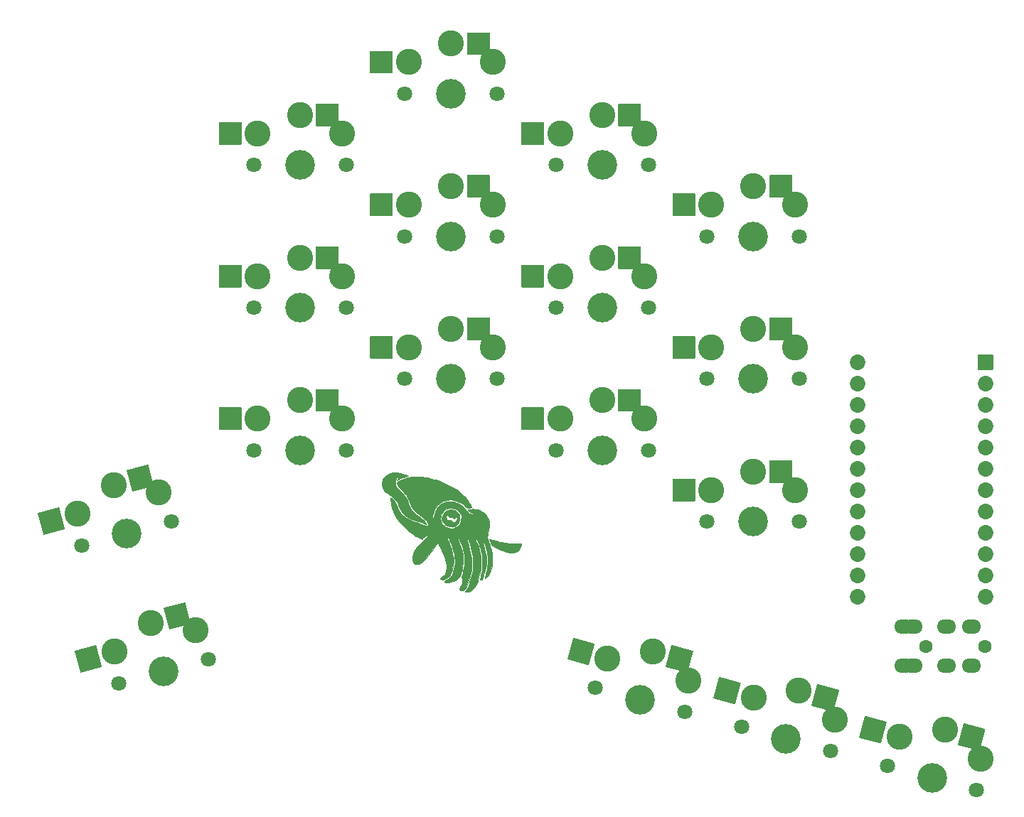
<source format=gbr>
%TF.GenerationSoftware,KiCad,Pcbnew,(5.1.9)-1*%
%TF.CreationDate,2021-04-26T16:03:13+02:00*%
%TF.ProjectId,sepia,73657069-612e-46b6-9963-61645f706362,VERSION_HERE*%
%TF.SameCoordinates,Original*%
%TF.FileFunction,Soldermask,Top*%
%TF.FilePolarity,Negative*%
%FSLAX46Y46*%
G04 Gerber Fmt 4.6, Leading zero omitted, Abs format (unit mm)*
G04 Created by KiCad (PCBNEW (5.1.9)-1) date 2021-04-26 16:03:13*
%MOMM*%
%LPD*%
G01*
G04 APERTURE LIST*
%ADD10C,0.010000*%
%ADD11O,2.300000X1.700000*%
%ADD12C,1.600000*%
%ADD13C,1.852600*%
%ADD14C,1.801800*%
%ADD15C,3.100000*%
%ADD16C,3.529000*%
G04 APERTURE END LIST*
D10*
%TO.C,G\u002A\u002A\u002A*%
G36*
X80941929Y-82472785D02*
G01*
X80808435Y-82460697D01*
X80677786Y-82472699D01*
X80530260Y-82509447D01*
X80467849Y-82529315D01*
X80272800Y-82619916D01*
X80104426Y-82752518D01*
X79964830Y-82924660D01*
X79856117Y-83133882D01*
X79795581Y-83315659D01*
X79761340Y-83504721D01*
X79766654Y-83674870D01*
X79813868Y-83832749D01*
X79905325Y-83984996D01*
X80043366Y-84138253D01*
X80106201Y-84196086D01*
X80185689Y-84265428D01*
X80247848Y-84314458D01*
X80306016Y-84350112D01*
X80373533Y-84379320D01*
X80463738Y-84409019D01*
X80583852Y-84444367D01*
X80718508Y-84481966D01*
X80817608Y-84505214D01*
X80893686Y-84516121D01*
X80959280Y-84516698D01*
X81005723Y-84512025D01*
X81216461Y-84467971D01*
X81390897Y-84394921D01*
X81537214Y-84288410D01*
X81652623Y-84158905D01*
X81695230Y-84096740D01*
X81729553Y-84031570D01*
X81760706Y-83950733D01*
X81793802Y-83841564D01*
X81820298Y-83743653D01*
X81855689Y-83582317D01*
X81573653Y-83506746D01*
X81544079Y-83595010D01*
X81473226Y-83708688D01*
X81432805Y-83762142D01*
X81326388Y-83868219D01*
X81215467Y-83925811D01*
X81104723Y-83935010D01*
X80998842Y-83895911D01*
X80902506Y-83808607D01*
X80861740Y-83750759D01*
X80815893Y-83676516D01*
X80674149Y-83714822D01*
X80581575Y-83732859D01*
X80496678Y-83737887D01*
X80457205Y-83733194D01*
X80383273Y-83688932D01*
X80323731Y-83605452D01*
X80282683Y-83493283D01*
X80264231Y-83362956D01*
X80268847Y-83249874D01*
X80294926Y-83149220D01*
X80338594Y-83094123D01*
X80394729Y-83084696D01*
X80458212Y-83121057D01*
X80523921Y-83203318D01*
X80546841Y-83243630D01*
X80618401Y-83380113D01*
X80729604Y-83371490D01*
X80872062Y-83375448D01*
X80987843Y-83414947D01*
X81075680Y-83480027D01*
X81156520Y-83555914D01*
X81210838Y-83509668D01*
X81327726Y-83424615D01*
X81425746Y-83383935D01*
X81503492Y-83387901D01*
X81559565Y-83436779D01*
X81562714Y-83442014D01*
X81573653Y-83506746D01*
X81855689Y-83582317D01*
X81867043Y-83530553D01*
X81883724Y-83350750D01*
X81868945Y-83195596D01*
X81821309Y-83056448D01*
X81739417Y-82924661D01*
X81675490Y-82847989D01*
X81544523Y-82721223D01*
X81404361Y-82625619D01*
X81239883Y-82552287D01*
X81097989Y-82508302D01*
X80941929Y-82472785D01*
G37*
X80941929Y-82472785D02*
X80808435Y-82460697D01*
X80677786Y-82472699D01*
X80530260Y-82509447D01*
X80467849Y-82529315D01*
X80272800Y-82619916D01*
X80104426Y-82752518D01*
X79964830Y-82924660D01*
X79856117Y-83133882D01*
X79795581Y-83315659D01*
X79761340Y-83504721D01*
X79766654Y-83674870D01*
X79813868Y-83832749D01*
X79905325Y-83984996D01*
X80043366Y-84138253D01*
X80106201Y-84196086D01*
X80185689Y-84265428D01*
X80247848Y-84314458D01*
X80306016Y-84350112D01*
X80373533Y-84379320D01*
X80463738Y-84409019D01*
X80583852Y-84444367D01*
X80718508Y-84481966D01*
X80817608Y-84505214D01*
X80893686Y-84516121D01*
X80959280Y-84516698D01*
X81005723Y-84512025D01*
X81216461Y-84467971D01*
X81390897Y-84394921D01*
X81537214Y-84288410D01*
X81652623Y-84158905D01*
X81695230Y-84096740D01*
X81729553Y-84031570D01*
X81760706Y-83950733D01*
X81793802Y-83841564D01*
X81820298Y-83743653D01*
X81855689Y-83582317D01*
X81573653Y-83506746D01*
X81544079Y-83595010D01*
X81473226Y-83708688D01*
X81432805Y-83762142D01*
X81326388Y-83868219D01*
X81215467Y-83925811D01*
X81104723Y-83935010D01*
X80998842Y-83895911D01*
X80902506Y-83808607D01*
X80861740Y-83750759D01*
X80815893Y-83676516D01*
X80674149Y-83714822D01*
X80581575Y-83732859D01*
X80496678Y-83737887D01*
X80457205Y-83733194D01*
X80383273Y-83688932D01*
X80323731Y-83605452D01*
X80282683Y-83493283D01*
X80264231Y-83362956D01*
X80268847Y-83249874D01*
X80294926Y-83149220D01*
X80338594Y-83094123D01*
X80394729Y-83084696D01*
X80458212Y-83121057D01*
X80523921Y-83203318D01*
X80546841Y-83243630D01*
X80618401Y-83380113D01*
X80729604Y-83371490D01*
X80872062Y-83375448D01*
X80987843Y-83414947D01*
X81075680Y-83480027D01*
X81156520Y-83555914D01*
X81210838Y-83509668D01*
X81327726Y-83424615D01*
X81425746Y-83383935D01*
X81503492Y-83387901D01*
X81559565Y-83436779D01*
X81562714Y-83442014D01*
X81573653Y-83506746D01*
X81855689Y-83582317D01*
X81867043Y-83530553D01*
X81883724Y-83350750D01*
X81868945Y-83195596D01*
X81821309Y-83056448D01*
X81739417Y-82924661D01*
X81675490Y-82847989D01*
X81544523Y-82721223D01*
X81404361Y-82625619D01*
X81239883Y-82552287D01*
X81097989Y-82508302D01*
X80941929Y-82472785D01*
G36*
X74629881Y-78088476D02*
G01*
X74450076Y-78052006D01*
X74299981Y-78031108D01*
X74230449Y-78027202D01*
X73931983Y-78044980D01*
X73658901Y-78105546D01*
X73407525Y-78210557D01*
X73174171Y-78361662D01*
X72955159Y-78560518D01*
X72893344Y-78627872D01*
X72732099Y-78810356D01*
X72656180Y-79093690D01*
X72623774Y-79217162D01*
X72603838Y-79306432D01*
X72595341Y-79376274D01*
X72597250Y-79441458D01*
X72608534Y-79516757D01*
X72621838Y-79585300D01*
X72678606Y-79811099D01*
X72752144Y-79997057D01*
X72846307Y-80152467D01*
X72870221Y-80183538D01*
X72963536Y-80283853D01*
X73094029Y-80400798D01*
X73253618Y-80527932D01*
X73434225Y-80658809D01*
X73623963Y-80784581D01*
X73831679Y-80923597D01*
X74000437Y-81054993D01*
X74139354Y-81187560D01*
X74257547Y-81330089D01*
X74364133Y-81491372D01*
X74373722Y-81507539D01*
X74442139Y-81632603D01*
X74518485Y-81786239D01*
X74593559Y-81949195D01*
X74658160Y-82102216D01*
X74659628Y-82105915D01*
X74765265Y-82354323D01*
X74870770Y-82561717D01*
X74982228Y-82737503D01*
X75105726Y-82891081D01*
X75247346Y-83031860D01*
X75273980Y-83055475D01*
X75412431Y-83171309D01*
X75547754Y-83272435D01*
X75687469Y-83362651D01*
X75839087Y-83445754D01*
X76010125Y-83525542D01*
X76208100Y-83605811D01*
X76440526Y-83690361D01*
X76711760Y-83781948D01*
X77015948Y-83885781D01*
X77313868Y-83994642D01*
X77591052Y-84103070D01*
X77830825Y-84204617D01*
X77888528Y-84228269D01*
X77911532Y-84227541D01*
X77910951Y-84199995D01*
X77908195Y-84187655D01*
X77873316Y-84097845D01*
X77806430Y-83994234D01*
X77705578Y-83874862D01*
X77568799Y-83737770D01*
X77394134Y-83581000D01*
X77179620Y-83402592D01*
X76923299Y-83200586D01*
X76911195Y-83191252D01*
X76718361Y-83041633D01*
X76561544Y-82917072D01*
X76435679Y-82812751D01*
X76335697Y-82723852D01*
X76256531Y-82645557D01*
X76193115Y-82573044D01*
X76140380Y-82501499D01*
X76093260Y-82426100D01*
X76077448Y-82398429D01*
X76040114Y-82330779D01*
X76006371Y-82266263D01*
X75973078Y-82197687D01*
X75937093Y-82117855D01*
X75895276Y-82019572D01*
X75844483Y-81895643D01*
X75781574Y-81738873D01*
X75703407Y-81542068D01*
X75702168Y-81538941D01*
X75631072Y-81363744D01*
X75565034Y-81213557D01*
X75498971Y-81081059D01*
X75427801Y-80958929D01*
X75346441Y-80839850D01*
X75249809Y-80716501D01*
X75132821Y-80581562D01*
X74990395Y-80427714D01*
X74817449Y-80247638D01*
X74775675Y-80204672D01*
X74622698Y-80046097D01*
X74501906Y-79916480D01*
X74408891Y-79809546D01*
X74339242Y-79719019D01*
X74288550Y-79638626D01*
X74252405Y-79562088D01*
X74226398Y-79483132D01*
X74206119Y-79395482D01*
X74205742Y-79393606D01*
X74185911Y-79281770D01*
X74179798Y-79196321D01*
X74188003Y-79114565D01*
X74211117Y-79013816D01*
X74216208Y-78994535D01*
X74268215Y-78838844D01*
X74329918Y-78720956D01*
X74398455Y-78644536D01*
X74470968Y-78613245D01*
X74511320Y-78616548D01*
X74553761Y-78647737D01*
X74554428Y-78706630D01*
X74513403Y-78792153D01*
X74495451Y-78819294D01*
X74451819Y-78886276D01*
X74421928Y-78939591D01*
X74415487Y-78955428D01*
X74432712Y-78956849D01*
X74486122Y-78936695D01*
X74567722Y-78898470D01*
X74669516Y-78845674D01*
X74683984Y-78837830D01*
X74903599Y-78729761D01*
X75158607Y-78626196D01*
X75455190Y-78524733D01*
X75617142Y-78475180D01*
X75711354Y-78447302D01*
X75431200Y-78334950D01*
X75240054Y-78263752D01*
X75035620Y-78197103D01*
X74828645Y-78137759D01*
X74629881Y-78088476D01*
G37*
X74629881Y-78088476D02*
X74450076Y-78052006D01*
X74299981Y-78031108D01*
X74230449Y-78027202D01*
X73931983Y-78044980D01*
X73658901Y-78105546D01*
X73407525Y-78210557D01*
X73174171Y-78361662D01*
X72955159Y-78560518D01*
X72893344Y-78627872D01*
X72732099Y-78810356D01*
X72656180Y-79093690D01*
X72623774Y-79217162D01*
X72603838Y-79306432D01*
X72595341Y-79376274D01*
X72597250Y-79441458D01*
X72608534Y-79516757D01*
X72621838Y-79585300D01*
X72678606Y-79811099D01*
X72752144Y-79997057D01*
X72846307Y-80152467D01*
X72870221Y-80183538D01*
X72963536Y-80283853D01*
X73094029Y-80400798D01*
X73253618Y-80527932D01*
X73434225Y-80658809D01*
X73623963Y-80784581D01*
X73831679Y-80923597D01*
X74000437Y-81054993D01*
X74139354Y-81187560D01*
X74257547Y-81330089D01*
X74364133Y-81491372D01*
X74373722Y-81507539D01*
X74442139Y-81632603D01*
X74518485Y-81786239D01*
X74593559Y-81949195D01*
X74658160Y-82102216D01*
X74659628Y-82105915D01*
X74765265Y-82354323D01*
X74870770Y-82561717D01*
X74982228Y-82737503D01*
X75105726Y-82891081D01*
X75247346Y-83031860D01*
X75273980Y-83055475D01*
X75412431Y-83171309D01*
X75547754Y-83272435D01*
X75687469Y-83362651D01*
X75839087Y-83445754D01*
X76010125Y-83525542D01*
X76208100Y-83605811D01*
X76440526Y-83690361D01*
X76711760Y-83781948D01*
X77015948Y-83885781D01*
X77313868Y-83994642D01*
X77591052Y-84103070D01*
X77830825Y-84204617D01*
X77888528Y-84228269D01*
X77911532Y-84227541D01*
X77910951Y-84199995D01*
X77908195Y-84187655D01*
X77873316Y-84097845D01*
X77806430Y-83994234D01*
X77705578Y-83874862D01*
X77568799Y-83737770D01*
X77394134Y-83581000D01*
X77179620Y-83402592D01*
X76923299Y-83200586D01*
X76911195Y-83191252D01*
X76718361Y-83041633D01*
X76561544Y-82917072D01*
X76435679Y-82812751D01*
X76335697Y-82723852D01*
X76256531Y-82645557D01*
X76193115Y-82573044D01*
X76140380Y-82501499D01*
X76093260Y-82426100D01*
X76077448Y-82398429D01*
X76040114Y-82330779D01*
X76006371Y-82266263D01*
X75973078Y-82197687D01*
X75937093Y-82117855D01*
X75895276Y-82019572D01*
X75844483Y-81895643D01*
X75781574Y-81738873D01*
X75703407Y-81542068D01*
X75702168Y-81538941D01*
X75631072Y-81363744D01*
X75565034Y-81213557D01*
X75498971Y-81081059D01*
X75427801Y-80958929D01*
X75346441Y-80839850D01*
X75249809Y-80716501D01*
X75132821Y-80581562D01*
X74990395Y-80427714D01*
X74817449Y-80247638D01*
X74775675Y-80204672D01*
X74622698Y-80046097D01*
X74501906Y-79916480D01*
X74408891Y-79809546D01*
X74339242Y-79719019D01*
X74288550Y-79638626D01*
X74252405Y-79562088D01*
X74226398Y-79483132D01*
X74206119Y-79395482D01*
X74205742Y-79393606D01*
X74185911Y-79281770D01*
X74179798Y-79196321D01*
X74188003Y-79114565D01*
X74211117Y-79013816D01*
X74216208Y-78994535D01*
X74268215Y-78838844D01*
X74329918Y-78720956D01*
X74398455Y-78644536D01*
X74470968Y-78613245D01*
X74511320Y-78616548D01*
X74553761Y-78647737D01*
X74554428Y-78706630D01*
X74513403Y-78792153D01*
X74495451Y-78819294D01*
X74451819Y-78886276D01*
X74421928Y-78939591D01*
X74415487Y-78955428D01*
X74432712Y-78956849D01*
X74486122Y-78936695D01*
X74567722Y-78898470D01*
X74669516Y-78845674D01*
X74683984Y-78837830D01*
X74903599Y-78729761D01*
X75158607Y-78626196D01*
X75455190Y-78524733D01*
X75617142Y-78475180D01*
X75711354Y-78447302D01*
X75431200Y-78334950D01*
X75240054Y-78263752D01*
X75035620Y-78197103D01*
X74828645Y-78137759D01*
X74629881Y-78088476D01*
G36*
X89180515Y-86498159D02*
G01*
X89104034Y-86495891D01*
X88995913Y-86494356D01*
X88865733Y-86493717D01*
X88790395Y-86493799D01*
X88482787Y-86494246D01*
X88218026Y-86492893D01*
X87988163Y-86488833D01*
X87785254Y-86481162D01*
X87601354Y-86468972D01*
X87428515Y-86451358D01*
X87258792Y-86427414D01*
X87084238Y-86396234D01*
X86896907Y-86356912D01*
X86688854Y-86308542D01*
X86452131Y-86250218D01*
X86285791Y-86208231D01*
X85419336Y-85988399D01*
X85539124Y-86345101D01*
X85658913Y-86701803D01*
X85908814Y-86848680D01*
X86158508Y-86991923D01*
X86379868Y-87110141D01*
X86585334Y-87208614D01*
X86787340Y-87292625D01*
X86998322Y-87367457D01*
X87230719Y-87438389D01*
X87419806Y-87490416D01*
X87599747Y-87537236D01*
X87740826Y-87571185D01*
X87852800Y-87594119D01*
X87945427Y-87607889D01*
X88028464Y-87614350D01*
X88078124Y-87615492D01*
X88307860Y-87600596D01*
X88506691Y-87550893D01*
X88680173Y-87463007D01*
X88833857Y-87333557D01*
X88973297Y-87159163D01*
X89060150Y-87017934D01*
X89113207Y-86913236D01*
X89159659Y-86802726D01*
X89196495Y-86696404D01*
X89220704Y-86604265D01*
X89229277Y-86536308D01*
X89219205Y-86502532D01*
X89215776Y-86500998D01*
X89180515Y-86498159D01*
G37*
X89180515Y-86498159D02*
X89104034Y-86495891D01*
X88995913Y-86494356D01*
X88865733Y-86493717D01*
X88790395Y-86493799D01*
X88482787Y-86494246D01*
X88218026Y-86492893D01*
X87988163Y-86488833D01*
X87785254Y-86481162D01*
X87601354Y-86468972D01*
X87428515Y-86451358D01*
X87258792Y-86427414D01*
X87084238Y-86396234D01*
X86896907Y-86356912D01*
X86688854Y-86308542D01*
X86452131Y-86250218D01*
X86285791Y-86208231D01*
X85419336Y-85988399D01*
X85539124Y-86345101D01*
X85658913Y-86701803D01*
X85908814Y-86848680D01*
X86158508Y-86991923D01*
X86379868Y-87110141D01*
X86585334Y-87208614D01*
X86787340Y-87292625D01*
X86998322Y-87367457D01*
X87230719Y-87438389D01*
X87419806Y-87490416D01*
X87599747Y-87537236D01*
X87740826Y-87571185D01*
X87852800Y-87594119D01*
X87945427Y-87607889D01*
X88028464Y-87614350D01*
X88078124Y-87615492D01*
X88307860Y-87600596D01*
X88506691Y-87550893D01*
X88680173Y-87463007D01*
X88833857Y-87333557D01*
X88973297Y-87159163D01*
X89060150Y-87017934D01*
X89113207Y-86913236D01*
X89159659Y-86802726D01*
X89196495Y-86696404D01*
X89220704Y-86604265D01*
X89229277Y-86536308D01*
X89219205Y-86502532D01*
X89215776Y-86500998D01*
X89180515Y-86498159D01*
G36*
X78528846Y-78778068D02*
G01*
X78250719Y-78713480D01*
X77979827Y-78658193D01*
X77730633Y-78615628D01*
X77575653Y-78595094D01*
X77399678Y-78577677D01*
X77203687Y-78562036D01*
X76998451Y-78548688D01*
X76794741Y-78538152D01*
X76603328Y-78530945D01*
X76434983Y-78527583D01*
X76300477Y-78528584D01*
X76244799Y-78531184D01*
X76091802Y-78551963D01*
X75904461Y-78593429D01*
X75693030Y-78651953D01*
X75467765Y-78723905D01*
X75238925Y-78805656D01*
X75016763Y-78893576D01*
X74811538Y-78984035D01*
X74633505Y-79073406D01*
X74515053Y-79143297D01*
X74437963Y-79195220D01*
X74395028Y-79232413D01*
X74377105Y-79266711D01*
X74375052Y-79309950D01*
X74375934Y-79323384D01*
X74396252Y-79411761D01*
X74446730Y-79515937D01*
X74529711Y-79639219D01*
X74647536Y-79784912D01*
X74802547Y-79956322D01*
X74886469Y-80044186D01*
X75071098Y-80236059D01*
X75224288Y-80399246D01*
X75350822Y-80540680D01*
X75455483Y-80667294D01*
X75543056Y-80786020D01*
X75618321Y-80903792D01*
X75686062Y-81027543D01*
X75751061Y-81164203D01*
X75818102Y-81320709D01*
X75889798Y-81498517D01*
X75948670Y-81646795D01*
X76006169Y-81791348D01*
X76057527Y-81920204D01*
X76097973Y-82021387D01*
X76115785Y-82065738D01*
X76165171Y-82178113D01*
X76220820Y-82281259D01*
X76287427Y-82380124D01*
X76369690Y-82479657D01*
X76472302Y-82584808D01*
X76599962Y-82700524D01*
X76757362Y-82831752D01*
X76949199Y-82983442D01*
X77088172Y-83090457D01*
X77327129Y-83276708D01*
X77526399Y-83440376D01*
X77689705Y-83585262D01*
X77820774Y-83715164D01*
X77923328Y-83833883D01*
X78001090Y-83945220D01*
X78057789Y-84052973D01*
X78076522Y-84098891D01*
X78113748Y-84213396D01*
X78124617Y-84295154D01*
X78109021Y-84354911D01*
X78073528Y-84397645D01*
X78034770Y-84424667D01*
X77990368Y-84432103D01*
X77923349Y-84420946D01*
X77877624Y-84409134D01*
X77788998Y-84380934D01*
X77674516Y-84338799D01*
X77554348Y-84290287D01*
X77513748Y-84272791D01*
X77423567Y-84235730D01*
X77295569Y-84186697D01*
X77140223Y-84129519D01*
X76967991Y-84068020D01*
X76789344Y-84006024D01*
X76711399Y-83979573D01*
X76431637Y-83883730D01*
X76194304Y-83798296D01*
X75992876Y-83720108D01*
X75820825Y-83646007D01*
X75671629Y-83572829D01*
X75538761Y-83497412D01*
X75415696Y-83416595D01*
X75295910Y-83327217D01*
X75194685Y-83244585D01*
X75041753Y-83107201D01*
X74912912Y-82970118D01*
X74801241Y-82823208D01*
X74699819Y-82656341D01*
X74601724Y-82459389D01*
X74505903Y-82236645D01*
X74377980Y-81939754D01*
X74256743Y-81692435D01*
X74142331Y-81494947D01*
X74053582Y-81370226D01*
X74005423Y-81317481D01*
X73937433Y-81252099D01*
X73859215Y-81182189D01*
X73780372Y-81115858D01*
X73710507Y-81061213D01*
X73659223Y-81026360D01*
X73637000Y-81018548D01*
X73632366Y-81047248D01*
X73635150Y-81117801D01*
X73644236Y-81221985D01*
X73658512Y-81351573D01*
X73676860Y-81498343D01*
X73698167Y-81654069D01*
X73721318Y-81810528D01*
X73745199Y-81959495D01*
X73768695Y-82092745D01*
X73790689Y-82202056D01*
X73805902Y-82264732D01*
X73866746Y-82450783D01*
X73952845Y-82665015D01*
X74058148Y-82895604D01*
X74176603Y-83130727D01*
X74302157Y-83358559D01*
X74428757Y-83567277D01*
X74550352Y-83745055D01*
X74590668Y-83797857D01*
X74802954Y-84050692D01*
X75045613Y-84312943D01*
X75308967Y-84575606D01*
X75583339Y-84829676D01*
X75859055Y-85066148D01*
X76126435Y-85276017D01*
X76343803Y-85429330D01*
X76425169Y-85480228D01*
X76534550Y-85544474D01*
X76663351Y-85617449D01*
X76802980Y-85694532D01*
X76944843Y-85771105D01*
X77080343Y-85842550D01*
X77200890Y-85904247D01*
X77297887Y-85951576D01*
X77362741Y-85979918D01*
X77377208Y-85984761D01*
X77407510Y-85971861D01*
X77467187Y-85930103D01*
X77548578Y-85865392D01*
X77644016Y-85783639D01*
X77680970Y-85750601D01*
X77791486Y-85652219D01*
X77872308Y-85584734D01*
X77930083Y-85543553D01*
X77971461Y-85524085D01*
X78003095Y-85521733D01*
X78010136Y-85523249D01*
X78057972Y-85550780D01*
X78074451Y-85580765D01*
X78057657Y-85611266D01*
X78006426Y-85672654D01*
X77923880Y-85761609D01*
X77813140Y-85874813D01*
X77677326Y-86008946D01*
X77615241Y-86069102D01*
X77328590Y-86352316D01*
X77077312Y-86615000D01*
X76863036Y-86855311D01*
X76687389Y-87071409D01*
X76551999Y-87261453D01*
X76529967Y-87296060D01*
X76476673Y-87384762D01*
X76435097Y-87463956D01*
X76399985Y-87546758D01*
X76366085Y-87646280D01*
X76328140Y-87775636D01*
X76306417Y-87854116D01*
X76267486Y-87999450D01*
X76241356Y-88107810D01*
X76226241Y-88190880D01*
X76220351Y-88260346D01*
X76221899Y-88327893D01*
X76226237Y-88378170D01*
X76252985Y-88517655D01*
X76301389Y-88657603D01*
X76364305Y-88781316D01*
X76434587Y-88872097D01*
X76439593Y-88876782D01*
X76524074Y-88929176D01*
X76638918Y-88968989D01*
X76764310Y-88991579D01*
X76880438Y-88992305D01*
X76911549Y-88987345D01*
X77036763Y-88950182D01*
X77165988Y-88890029D01*
X77301411Y-88804657D01*
X77445218Y-88691840D01*
X77599594Y-88549353D01*
X77766727Y-88374968D01*
X77948804Y-88166459D01*
X78148007Y-87921600D01*
X78366526Y-87638164D01*
X78606546Y-87313925D01*
X78750837Y-87114153D01*
X78882217Y-86931216D01*
X78987607Y-86785643D01*
X79070398Y-86673351D01*
X79133980Y-86590262D01*
X79181747Y-86532295D01*
X79217086Y-86495374D01*
X79243390Y-86475416D01*
X79264050Y-86468342D01*
X79282457Y-86470073D01*
X79285504Y-86470920D01*
X79311130Y-86498283D01*
X79353283Y-86566683D01*
X79409244Y-86670142D01*
X79476301Y-86802681D01*
X79551736Y-86958321D01*
X79632835Y-87131087D01*
X79716880Y-87314997D01*
X79801157Y-87504075D01*
X79882950Y-87692343D01*
X79959544Y-87873822D01*
X80028221Y-88042533D01*
X80086268Y-88192501D01*
X80130968Y-88317744D01*
X80146678Y-88366644D01*
X80238893Y-88741479D01*
X80282456Y-89103554D01*
X80277434Y-89454495D01*
X80223892Y-89795927D01*
X80208348Y-89859440D01*
X80168293Y-90005799D01*
X80130176Y-90114087D01*
X80085597Y-90195974D01*
X80026159Y-90263125D01*
X79943462Y-90327208D01*
X79829109Y-90399891D01*
X79811707Y-90410442D01*
X79684420Y-90496386D01*
X79606124Y-90571687D01*
X79576545Y-90638083D01*
X79595403Y-90697307D01*
X79662423Y-90751096D01*
X79750905Y-90791523D01*
X79894080Y-90846017D01*
X80216302Y-90653784D01*
X80376733Y-90554195D01*
X80508221Y-90461159D01*
X80615772Y-90367245D01*
X80704393Y-90265026D01*
X80779090Y-90147074D01*
X80844871Y-90005960D01*
X80906741Y-89834254D01*
X80969707Y-89624531D01*
X81010703Y-89475087D01*
X81074989Y-89214291D01*
X81118400Y-88980984D01*
X81141130Y-88762570D01*
X81143368Y-88546450D01*
X81125308Y-88320029D01*
X81087139Y-88070709D01*
X81035893Y-87816973D01*
X80989711Y-87618609D01*
X80938054Y-87424184D01*
X80877999Y-87224807D01*
X80806630Y-87011584D01*
X80721025Y-86775625D01*
X80618264Y-86508039D01*
X80546952Y-86328092D01*
X80473682Y-86142009D01*
X80419728Y-85997893D01*
X80383677Y-85891336D01*
X80364113Y-85817925D01*
X80359621Y-85773251D01*
X80363970Y-85757754D01*
X80406324Y-85725113D01*
X80457554Y-85738284D01*
X80512435Y-85794278D01*
X80555093Y-85867147D01*
X80584220Y-85931113D01*
X80627830Y-86032114D01*
X80681640Y-86159978D01*
X80741365Y-86304533D01*
X80797710Y-86443171D01*
X80974526Y-86910689D01*
X81114764Y-87347367D01*
X81218722Y-87757307D01*
X81286698Y-88144610D01*
X81318988Y-88513382D01*
X81315891Y-88867723D01*
X81277700Y-89211736D01*
X81204716Y-89549524D01*
X81097233Y-89885189D01*
X81054768Y-89994891D01*
X80952959Y-90211760D01*
X80832119Y-90397199D01*
X80684455Y-90559696D01*
X80502173Y-90707740D01*
X80277479Y-90849815D01*
X80261337Y-90858979D01*
X80153243Y-90923162D01*
X80085100Y-90973302D01*
X80050551Y-91016238D01*
X80043238Y-91058811D01*
X80049299Y-91087089D01*
X80081665Y-91112161D01*
X80154958Y-91131236D01*
X80259562Y-91143485D01*
X80385864Y-91148071D01*
X80524256Y-91144162D01*
X80618288Y-91136444D01*
X80744348Y-91117376D01*
X80872266Y-91084851D01*
X81012150Y-91035277D01*
X81174110Y-90965066D01*
X81368258Y-90870625D01*
X81371878Y-90868799D01*
X81487772Y-90806587D01*
X81576193Y-90747452D01*
X81655123Y-90677193D01*
X81742543Y-90581614D01*
X81757276Y-90564478D01*
X81839387Y-90465115D01*
X81896538Y-90384372D01*
X81939120Y-90304385D01*
X81977525Y-90207291D01*
X81995851Y-90154328D01*
X82042989Y-89999201D01*
X82091865Y-89811040D01*
X82139808Y-89602963D01*
X82184142Y-89388089D01*
X82222196Y-89179537D01*
X82251296Y-88990426D01*
X82268768Y-88833873D01*
X82270790Y-88805054D01*
X82274045Y-88360312D01*
X82232157Y-87899582D01*
X82146171Y-87428029D01*
X82017131Y-86950819D01*
X81846083Y-86473114D01*
X81756147Y-86260405D01*
X81690651Y-86105289D01*
X81650000Y-85989965D01*
X81633414Y-85910365D01*
X81640109Y-85862417D01*
X81669305Y-85842054D01*
X81675594Y-85841126D01*
X81727491Y-85852901D01*
X81780781Y-85901978D01*
X81839440Y-85992898D01*
X81882948Y-86077868D01*
X82040540Y-86432030D01*
X82168561Y-86781567D01*
X82272894Y-87144509D01*
X82359008Y-87536716D01*
X82416799Y-87881854D01*
X82452190Y-88205478D01*
X82464657Y-88517735D01*
X82453675Y-88828775D01*
X82418720Y-89148740D01*
X82359266Y-89487779D01*
X82274787Y-89856037D01*
X82230154Y-90027701D01*
X82113176Y-90464350D01*
X82162945Y-90667590D01*
X82198238Y-90898491D01*
X82195435Y-91049776D01*
X82186142Y-91129191D01*
X82172575Y-91197135D01*
X82150325Y-91266228D01*
X82114979Y-91349083D01*
X82062126Y-91458317D01*
X82030704Y-91520928D01*
X81959884Y-91663044D01*
X81910324Y-91768474D01*
X81879367Y-91845345D01*
X81864350Y-91901783D01*
X81862613Y-91945917D01*
X81871496Y-91985876D01*
X81875110Y-91996289D01*
X81896836Y-92036336D01*
X81935636Y-92063833D01*
X82005680Y-92087406D01*
X82039030Y-92096033D01*
X82154631Y-92122213D01*
X82236755Y-92129310D01*
X82300562Y-92112903D01*
X82361215Y-92068572D01*
X82433871Y-91991897D01*
X82446951Y-91977096D01*
X82567602Y-91821606D01*
X82678201Y-91638908D01*
X82781054Y-91423862D01*
X82878462Y-91171325D01*
X82972727Y-90876157D01*
X83027622Y-90680602D01*
X83123726Y-90300468D01*
X83199419Y-89945515D01*
X83254510Y-89608735D01*
X83288803Y-89283121D01*
X83302108Y-88961663D01*
X83294229Y-88637353D01*
X83264973Y-88303183D01*
X83214147Y-87952145D01*
X83141558Y-87577229D01*
X83047012Y-87171429D01*
X82930315Y-86727736D01*
X82917229Y-86680324D01*
X82870770Y-86507751D01*
X82831730Y-86353039D01*
X82801647Y-86223024D01*
X82782058Y-86124552D01*
X82774500Y-86064462D01*
X82775787Y-86050765D01*
X82812460Y-86014922D01*
X82864426Y-86014905D01*
X82913501Y-86048330D01*
X82928371Y-86070769D01*
X82951480Y-86128675D01*
X82984177Y-86228355D01*
X83024410Y-86362132D01*
X83070129Y-86522328D01*
X83119285Y-86701269D01*
X83169827Y-86891278D01*
X83219704Y-87084680D01*
X83266867Y-87273796D01*
X83309266Y-87450954D01*
X83344851Y-87608473D01*
X83365548Y-87707663D01*
X83434887Y-88114065D01*
X83475705Y-88499759D01*
X83488578Y-88881010D01*
X83474090Y-89274083D01*
X83435620Y-89672345D01*
X83417240Y-89784971D01*
X83384031Y-89943431D01*
X83336598Y-90145157D01*
X83275545Y-90387583D01*
X83201475Y-90668142D01*
X83199856Y-90674160D01*
X83127686Y-90937925D01*
X83064215Y-91158627D01*
X83006839Y-91342728D01*
X82952956Y-91496690D01*
X82899963Y-91626977D01*
X82845257Y-91740053D01*
X82786235Y-91842378D01*
X82720296Y-91940419D01*
X82654533Y-92028209D01*
X82580631Y-92126990D01*
X82538674Y-92195266D01*
X82526684Y-92240352D01*
X82542685Y-92269561D01*
X82583826Y-92289900D01*
X82649345Y-92301147D01*
X82740755Y-92303203D01*
X82804933Y-92298892D01*
X82968631Y-92258639D01*
X83140869Y-92175115D01*
X83313782Y-92053129D01*
X83479504Y-91897486D01*
X83502168Y-91872745D01*
X83615529Y-91741438D01*
X83712024Y-91616060D01*
X83795250Y-91488981D01*
X83868802Y-91352572D01*
X83936272Y-91199204D01*
X84001256Y-91021247D01*
X84067350Y-90811070D01*
X84138148Y-90561046D01*
X84162328Y-90471582D01*
X84227257Y-90222154D01*
X84277867Y-90008044D01*
X84316033Y-89816414D01*
X84343625Y-89634433D01*
X84362517Y-89449264D01*
X84374583Y-89248074D01*
X84381694Y-89018028D01*
X84382811Y-88960481D01*
X84379385Y-88499555D01*
X84350494Y-88072442D01*
X84293965Y-87667809D01*
X84207620Y-87274321D01*
X84089284Y-86880644D01*
X83936783Y-86475444D01*
X83879876Y-86340254D01*
X83827093Y-86212872D01*
X83795506Y-86123072D01*
X83783021Y-86063284D01*
X83787552Y-86025941D01*
X83791162Y-86019124D01*
X83828857Y-85988511D01*
X83884100Y-85997785D01*
X83927074Y-86036074D01*
X83979929Y-86117117D01*
X84040207Y-86234388D01*
X84105450Y-86381363D01*
X84173201Y-86551514D01*
X84241000Y-86738318D01*
X84306391Y-86935247D01*
X84366915Y-87135779D01*
X84420114Y-87333387D01*
X84463530Y-87521546D01*
X84469930Y-87552971D01*
X84530492Y-87941888D01*
X84565295Y-88361883D01*
X84574626Y-88800416D01*
X84558776Y-89244950D01*
X84518035Y-89682950D01*
X84452691Y-90101879D01*
X84405990Y-90321228D01*
X84369027Y-90479547D01*
X84343217Y-90596069D01*
X84327600Y-90678331D01*
X84321223Y-90733873D01*
X84323125Y-90770233D01*
X84332349Y-90794950D01*
X84343823Y-90810768D01*
X84383029Y-90850213D01*
X84419594Y-90860990D01*
X84465298Y-90840738D01*
X84531917Y-90787096D01*
X84552342Y-90768977D01*
X84668617Y-90664978D01*
X84835995Y-89931667D01*
X84880581Y-89733421D01*
X84922830Y-89540088D01*
X84960935Y-89360375D01*
X84993085Y-89202985D01*
X85017469Y-89076625D01*
X85032278Y-88990000D01*
X85033301Y-88982861D01*
X85057413Y-88757886D01*
X85065660Y-88535036D01*
X85057121Y-88306868D01*
X85030871Y-88065943D01*
X84985988Y-87804818D01*
X84921549Y-87516052D01*
X84836631Y-87192204D01*
X84791424Y-87032814D01*
X84740517Y-86854819D01*
X84703437Y-86719135D01*
X84679063Y-86619525D01*
X84666272Y-86549749D01*
X84663946Y-86503569D01*
X84670962Y-86474745D01*
X84686201Y-86457039D01*
X84687776Y-86455892D01*
X84722450Y-86437842D01*
X84754549Y-86438121D01*
X84785874Y-86460685D01*
X84818218Y-86509491D01*
X84853380Y-86588495D01*
X84893156Y-86701657D01*
X84939343Y-86852930D01*
X84993737Y-87046275D01*
X85049071Y-87251550D01*
X85117100Y-87516940D01*
X85171620Y-87756401D01*
X85212486Y-87977054D01*
X85239559Y-88186019D01*
X85252692Y-88390417D01*
X85251745Y-88597368D01*
X85236573Y-88813993D01*
X85207034Y-89047412D01*
X85162985Y-89304746D01*
X85104282Y-89593114D01*
X85030783Y-89919639D01*
X84992189Y-90083676D01*
X84942716Y-90295735D01*
X84906338Y-90460712D01*
X84882691Y-90580512D01*
X84871412Y-90657038D01*
X84872140Y-90692195D01*
X84875694Y-90695101D01*
X84933350Y-90671327D01*
X85008193Y-90608271D01*
X85095304Y-90512388D01*
X85189765Y-90390135D01*
X85286653Y-90247965D01*
X85381054Y-90092335D01*
X85468044Y-89929700D01*
X85484416Y-89896286D01*
X85565379Y-89703157D01*
X85638782Y-89480714D01*
X85700516Y-89245458D01*
X85746478Y-89013890D01*
X85772562Y-88802511D01*
X85776646Y-88721859D01*
X85774487Y-88355716D01*
X85749525Y-88003608D01*
X85699844Y-87653744D01*
X85623532Y-87294332D01*
X85518673Y-86913583D01*
X85445765Y-86683604D01*
X85391368Y-86518447D01*
X85339253Y-86359494D01*
X85292658Y-86216676D01*
X85254820Y-86099923D01*
X85228977Y-86019164D01*
X85225049Y-86006655D01*
X85197519Y-85902761D01*
X85181510Y-85797963D01*
X85177515Y-85684166D01*
X85186025Y-85553275D01*
X85207534Y-85397192D01*
X85242534Y-85207823D01*
X85286237Y-85001049D01*
X85335019Y-84772946D01*
X85342151Y-84736159D01*
X81994912Y-83839270D01*
X81937688Y-84016086D01*
X81893510Y-84119327D01*
X81776258Y-84307885D01*
X81626302Y-84461296D01*
X81448865Y-84578203D01*
X81249174Y-84657251D01*
X81032453Y-84697084D01*
X80803928Y-84696346D01*
X80568824Y-84653682D01*
X80332367Y-84567737D01*
X80273982Y-84539497D01*
X80082662Y-84421690D01*
X79908534Y-84275209D01*
X79764853Y-84112102D01*
X79705292Y-84022549D01*
X79616878Y-83838806D01*
X79571692Y-83656788D01*
X79569414Y-83468437D01*
X79609722Y-83265694D01*
X79668337Y-83097777D01*
X79784369Y-82859994D01*
X79924495Y-82665634D01*
X80091257Y-82512115D01*
X80287200Y-82396857D01*
X80405640Y-82349755D01*
X80563899Y-82300813D01*
X80697880Y-82273960D01*
X80824341Y-82268832D01*
X80960041Y-82285065D01*
X81121734Y-82322296D01*
X81162653Y-82333321D01*
X81294388Y-82371064D01*
X81390974Y-82403904D01*
X81466821Y-82438089D01*
X81536342Y-82479865D01*
X81592853Y-82519831D01*
X81762481Y-82666013D01*
X81901195Y-82829481D01*
X82002475Y-83001249D01*
X82057237Y-83160013D01*
X82071428Y-83297586D01*
X82064175Y-83466000D01*
X82037872Y-83651234D01*
X81994912Y-83839270D01*
X85342151Y-84736159D01*
X85371387Y-84585329D01*
X85395814Y-84429545D01*
X85408780Y-84296944D01*
X85410765Y-84178872D01*
X85402244Y-84066681D01*
X85383696Y-83951717D01*
X85355600Y-83825331D01*
X85352001Y-83810583D01*
X85277541Y-83566561D01*
X85178694Y-83353548D01*
X85048158Y-83159657D01*
X84878633Y-82973005D01*
X84782613Y-82883689D01*
X84633145Y-82758011D01*
X84494130Y-82659649D01*
X84353734Y-82583289D01*
X84200121Y-82523615D01*
X84021457Y-82475311D01*
X83805906Y-82433061D01*
X83763337Y-82425864D01*
X83622219Y-82403168D01*
X83516608Y-82389366D01*
X83432010Y-82384369D01*
X83353934Y-82388089D01*
X83267887Y-82400436D01*
X83159376Y-82421320D01*
X83155375Y-82422127D01*
X82891236Y-82475464D01*
X82977552Y-82587402D01*
X83066024Y-82690121D01*
X83160604Y-82770710D01*
X83279352Y-82843545D01*
X83336369Y-82873081D01*
X83425008Y-82925931D01*
X83467050Y-82974883D01*
X83465857Y-83025253D01*
X83449952Y-83052831D01*
X83427470Y-83069700D01*
X83388275Y-83069870D01*
X83320678Y-83052120D01*
X83264890Y-83033491D01*
X83154528Y-82988705D01*
X83057965Y-82932460D01*
X82966176Y-82857034D01*
X82870136Y-82754711D01*
X82760823Y-82617768D01*
X82728371Y-82574542D01*
X82551321Y-82355869D01*
X82365517Y-82167934D01*
X82160817Y-82002675D01*
X81927077Y-81852035D01*
X81654154Y-81707952D01*
X81612692Y-81688060D01*
X81362031Y-81583776D01*
X81122585Y-81517209D01*
X80882026Y-81486925D01*
X80628029Y-81491486D01*
X80348267Y-81529456D01*
X80311194Y-81536417D01*
X80093732Y-81588466D01*
X79906670Y-81657953D01*
X79738407Y-81751721D01*
X79577342Y-81876603D01*
X79411875Y-82039440D01*
X79358555Y-82097931D01*
X79252939Y-82219542D01*
X79169156Y-82326424D01*
X79101453Y-82429466D01*
X79044078Y-82539553D01*
X78991277Y-82667572D01*
X78937297Y-82824409D01*
X78883839Y-82996275D01*
X78835826Y-83154229D01*
X78799632Y-83269959D01*
X78772453Y-83349889D01*
X78751480Y-83400446D01*
X78733909Y-83428052D01*
X78716934Y-83439133D01*
X78697749Y-83440114D01*
X78690353Y-83439304D01*
X78653389Y-83424756D01*
X78632331Y-83388443D01*
X78627346Y-83325035D01*
X78638603Y-83229203D01*
X78666267Y-83095616D01*
X78706164Y-82935519D01*
X78753315Y-82764472D01*
X78796258Y-82631458D01*
X78839306Y-82524430D01*
X78886599Y-82431650D01*
X79003817Y-82247708D01*
X79144825Y-82063350D01*
X79301003Y-81887461D01*
X79463727Y-81728934D01*
X79624378Y-81596654D01*
X79774333Y-81499511D01*
X79806924Y-81482821D01*
X79911190Y-81442271D01*
X80051572Y-81401213D01*
X80213521Y-81362807D01*
X80382484Y-81330209D01*
X80543911Y-81306577D01*
X80669424Y-81295646D01*
X80868808Y-81294291D01*
X81056489Y-81311936D01*
X81243726Y-81351326D01*
X81441775Y-81415207D01*
X81661895Y-81506327D01*
X81802872Y-81572140D01*
X82072120Y-81715543D01*
X82312136Y-81874746D01*
X82539509Y-82061667D01*
X82705067Y-82220476D01*
X82787943Y-82304314D01*
X83044343Y-82252276D01*
X83300744Y-82200237D01*
X83231771Y-82051903D01*
X83166132Y-81924150D01*
X83076793Y-81769096D01*
X82971726Y-81599159D01*
X82858906Y-81426753D01*
X82746306Y-81264295D01*
X82641899Y-81124202D01*
X82611787Y-81086450D01*
X82497773Y-80957848D01*
X82351210Y-80809838D01*
X82181888Y-80651084D01*
X81999594Y-80490251D01*
X81814118Y-80336007D01*
X81635247Y-80197018D01*
X81490912Y-80094095D01*
X81147382Y-79877254D01*
X80761680Y-79661180D01*
X80342319Y-79450074D01*
X79897812Y-79248140D01*
X79436669Y-79059583D01*
X79262020Y-78993487D01*
X79048959Y-78921488D01*
X78799747Y-78848544D01*
X78528846Y-78778068D01*
G37*
X78528846Y-78778068D02*
X78250719Y-78713480D01*
X77979827Y-78658193D01*
X77730633Y-78615628D01*
X77575653Y-78595094D01*
X77399678Y-78577677D01*
X77203687Y-78562036D01*
X76998451Y-78548688D01*
X76794741Y-78538152D01*
X76603328Y-78530945D01*
X76434983Y-78527583D01*
X76300477Y-78528584D01*
X76244799Y-78531184D01*
X76091802Y-78551963D01*
X75904461Y-78593429D01*
X75693030Y-78651953D01*
X75467765Y-78723905D01*
X75238925Y-78805656D01*
X75016763Y-78893576D01*
X74811538Y-78984035D01*
X74633505Y-79073406D01*
X74515053Y-79143297D01*
X74437963Y-79195220D01*
X74395028Y-79232413D01*
X74377105Y-79266711D01*
X74375052Y-79309950D01*
X74375934Y-79323384D01*
X74396252Y-79411761D01*
X74446730Y-79515937D01*
X74529711Y-79639219D01*
X74647536Y-79784912D01*
X74802547Y-79956322D01*
X74886469Y-80044186D01*
X75071098Y-80236059D01*
X75224288Y-80399246D01*
X75350822Y-80540680D01*
X75455483Y-80667294D01*
X75543056Y-80786020D01*
X75618321Y-80903792D01*
X75686062Y-81027543D01*
X75751061Y-81164203D01*
X75818102Y-81320709D01*
X75889798Y-81498517D01*
X75948670Y-81646795D01*
X76006169Y-81791348D01*
X76057527Y-81920204D01*
X76097973Y-82021387D01*
X76115785Y-82065738D01*
X76165171Y-82178113D01*
X76220820Y-82281259D01*
X76287427Y-82380124D01*
X76369690Y-82479657D01*
X76472302Y-82584808D01*
X76599962Y-82700524D01*
X76757362Y-82831752D01*
X76949199Y-82983442D01*
X77088172Y-83090457D01*
X77327129Y-83276708D01*
X77526399Y-83440376D01*
X77689705Y-83585262D01*
X77820774Y-83715164D01*
X77923328Y-83833883D01*
X78001090Y-83945220D01*
X78057789Y-84052973D01*
X78076522Y-84098891D01*
X78113748Y-84213396D01*
X78124617Y-84295154D01*
X78109021Y-84354911D01*
X78073528Y-84397645D01*
X78034770Y-84424667D01*
X77990368Y-84432103D01*
X77923349Y-84420946D01*
X77877624Y-84409134D01*
X77788998Y-84380934D01*
X77674516Y-84338799D01*
X77554348Y-84290287D01*
X77513748Y-84272791D01*
X77423567Y-84235730D01*
X77295569Y-84186697D01*
X77140223Y-84129519D01*
X76967991Y-84068020D01*
X76789344Y-84006024D01*
X76711399Y-83979573D01*
X76431637Y-83883730D01*
X76194304Y-83798296D01*
X75992876Y-83720108D01*
X75820825Y-83646007D01*
X75671629Y-83572829D01*
X75538761Y-83497412D01*
X75415696Y-83416595D01*
X75295910Y-83327217D01*
X75194685Y-83244585D01*
X75041753Y-83107201D01*
X74912912Y-82970118D01*
X74801241Y-82823208D01*
X74699819Y-82656341D01*
X74601724Y-82459389D01*
X74505903Y-82236645D01*
X74377980Y-81939754D01*
X74256743Y-81692435D01*
X74142331Y-81494947D01*
X74053582Y-81370226D01*
X74005423Y-81317481D01*
X73937433Y-81252099D01*
X73859215Y-81182189D01*
X73780372Y-81115858D01*
X73710507Y-81061213D01*
X73659223Y-81026360D01*
X73637000Y-81018548D01*
X73632366Y-81047248D01*
X73635150Y-81117801D01*
X73644236Y-81221985D01*
X73658512Y-81351573D01*
X73676860Y-81498343D01*
X73698167Y-81654069D01*
X73721318Y-81810528D01*
X73745199Y-81959495D01*
X73768695Y-82092745D01*
X73790689Y-82202056D01*
X73805902Y-82264732D01*
X73866746Y-82450783D01*
X73952845Y-82665015D01*
X74058148Y-82895604D01*
X74176603Y-83130727D01*
X74302157Y-83358559D01*
X74428757Y-83567277D01*
X74550352Y-83745055D01*
X74590668Y-83797857D01*
X74802954Y-84050692D01*
X75045613Y-84312943D01*
X75308967Y-84575606D01*
X75583339Y-84829676D01*
X75859055Y-85066148D01*
X76126435Y-85276017D01*
X76343803Y-85429330D01*
X76425169Y-85480228D01*
X76534550Y-85544474D01*
X76663351Y-85617449D01*
X76802980Y-85694532D01*
X76944843Y-85771105D01*
X77080343Y-85842550D01*
X77200890Y-85904247D01*
X77297887Y-85951576D01*
X77362741Y-85979918D01*
X77377208Y-85984761D01*
X77407510Y-85971861D01*
X77467187Y-85930103D01*
X77548578Y-85865392D01*
X77644016Y-85783639D01*
X77680970Y-85750601D01*
X77791486Y-85652219D01*
X77872308Y-85584734D01*
X77930083Y-85543553D01*
X77971461Y-85524085D01*
X78003095Y-85521733D01*
X78010136Y-85523249D01*
X78057972Y-85550780D01*
X78074451Y-85580765D01*
X78057657Y-85611266D01*
X78006426Y-85672654D01*
X77923880Y-85761609D01*
X77813140Y-85874813D01*
X77677326Y-86008946D01*
X77615241Y-86069102D01*
X77328590Y-86352316D01*
X77077312Y-86615000D01*
X76863036Y-86855311D01*
X76687389Y-87071409D01*
X76551999Y-87261453D01*
X76529967Y-87296060D01*
X76476673Y-87384762D01*
X76435097Y-87463956D01*
X76399985Y-87546758D01*
X76366085Y-87646280D01*
X76328140Y-87775636D01*
X76306417Y-87854116D01*
X76267486Y-87999450D01*
X76241356Y-88107810D01*
X76226241Y-88190880D01*
X76220351Y-88260346D01*
X76221899Y-88327893D01*
X76226237Y-88378170D01*
X76252985Y-88517655D01*
X76301389Y-88657603D01*
X76364305Y-88781316D01*
X76434587Y-88872097D01*
X76439593Y-88876782D01*
X76524074Y-88929176D01*
X76638918Y-88968989D01*
X76764310Y-88991579D01*
X76880438Y-88992305D01*
X76911549Y-88987345D01*
X77036763Y-88950182D01*
X77165988Y-88890029D01*
X77301411Y-88804657D01*
X77445218Y-88691840D01*
X77599594Y-88549353D01*
X77766727Y-88374968D01*
X77948804Y-88166459D01*
X78148007Y-87921600D01*
X78366526Y-87638164D01*
X78606546Y-87313925D01*
X78750837Y-87114153D01*
X78882217Y-86931216D01*
X78987607Y-86785643D01*
X79070398Y-86673351D01*
X79133980Y-86590262D01*
X79181747Y-86532295D01*
X79217086Y-86495374D01*
X79243390Y-86475416D01*
X79264050Y-86468342D01*
X79282457Y-86470073D01*
X79285504Y-86470920D01*
X79311130Y-86498283D01*
X79353283Y-86566683D01*
X79409244Y-86670142D01*
X79476301Y-86802681D01*
X79551736Y-86958321D01*
X79632835Y-87131087D01*
X79716880Y-87314997D01*
X79801157Y-87504075D01*
X79882950Y-87692343D01*
X79959544Y-87873822D01*
X80028221Y-88042533D01*
X80086268Y-88192501D01*
X80130968Y-88317744D01*
X80146678Y-88366644D01*
X80238893Y-88741479D01*
X80282456Y-89103554D01*
X80277434Y-89454495D01*
X80223892Y-89795927D01*
X80208348Y-89859440D01*
X80168293Y-90005799D01*
X80130176Y-90114087D01*
X80085597Y-90195974D01*
X80026159Y-90263125D01*
X79943462Y-90327208D01*
X79829109Y-90399891D01*
X79811707Y-90410442D01*
X79684420Y-90496386D01*
X79606124Y-90571687D01*
X79576545Y-90638083D01*
X79595403Y-90697307D01*
X79662423Y-90751096D01*
X79750905Y-90791523D01*
X79894080Y-90846017D01*
X80216302Y-90653784D01*
X80376733Y-90554195D01*
X80508221Y-90461159D01*
X80615772Y-90367245D01*
X80704393Y-90265026D01*
X80779090Y-90147074D01*
X80844871Y-90005960D01*
X80906741Y-89834254D01*
X80969707Y-89624531D01*
X81010703Y-89475087D01*
X81074989Y-89214291D01*
X81118400Y-88980984D01*
X81141130Y-88762570D01*
X81143368Y-88546450D01*
X81125308Y-88320029D01*
X81087139Y-88070709D01*
X81035893Y-87816973D01*
X80989711Y-87618609D01*
X80938054Y-87424184D01*
X80877999Y-87224807D01*
X80806630Y-87011584D01*
X80721025Y-86775625D01*
X80618264Y-86508039D01*
X80546952Y-86328092D01*
X80473682Y-86142009D01*
X80419728Y-85997893D01*
X80383677Y-85891336D01*
X80364113Y-85817925D01*
X80359621Y-85773251D01*
X80363970Y-85757754D01*
X80406324Y-85725113D01*
X80457554Y-85738284D01*
X80512435Y-85794278D01*
X80555093Y-85867147D01*
X80584220Y-85931113D01*
X80627830Y-86032114D01*
X80681640Y-86159978D01*
X80741365Y-86304533D01*
X80797710Y-86443171D01*
X80974526Y-86910689D01*
X81114764Y-87347367D01*
X81218722Y-87757307D01*
X81286698Y-88144610D01*
X81318988Y-88513382D01*
X81315891Y-88867723D01*
X81277700Y-89211736D01*
X81204716Y-89549524D01*
X81097233Y-89885189D01*
X81054768Y-89994891D01*
X80952959Y-90211760D01*
X80832119Y-90397199D01*
X80684455Y-90559696D01*
X80502173Y-90707740D01*
X80277479Y-90849815D01*
X80261337Y-90858979D01*
X80153243Y-90923162D01*
X80085100Y-90973302D01*
X80050551Y-91016238D01*
X80043238Y-91058811D01*
X80049299Y-91087089D01*
X80081665Y-91112161D01*
X80154958Y-91131236D01*
X80259562Y-91143485D01*
X80385864Y-91148071D01*
X80524256Y-91144162D01*
X80618288Y-91136444D01*
X80744348Y-91117376D01*
X80872266Y-91084851D01*
X81012150Y-91035277D01*
X81174110Y-90965066D01*
X81368258Y-90870625D01*
X81371878Y-90868799D01*
X81487772Y-90806587D01*
X81576193Y-90747452D01*
X81655123Y-90677193D01*
X81742543Y-90581614D01*
X81757276Y-90564478D01*
X81839387Y-90465115D01*
X81896538Y-90384372D01*
X81939120Y-90304385D01*
X81977525Y-90207291D01*
X81995851Y-90154328D01*
X82042989Y-89999201D01*
X82091865Y-89811040D01*
X82139808Y-89602963D01*
X82184142Y-89388089D01*
X82222196Y-89179537D01*
X82251296Y-88990426D01*
X82268768Y-88833873D01*
X82270790Y-88805054D01*
X82274045Y-88360312D01*
X82232157Y-87899582D01*
X82146171Y-87428029D01*
X82017131Y-86950819D01*
X81846083Y-86473114D01*
X81756147Y-86260405D01*
X81690651Y-86105289D01*
X81650000Y-85989965D01*
X81633414Y-85910365D01*
X81640109Y-85862417D01*
X81669305Y-85842054D01*
X81675594Y-85841126D01*
X81727491Y-85852901D01*
X81780781Y-85901978D01*
X81839440Y-85992898D01*
X81882948Y-86077868D01*
X82040540Y-86432030D01*
X82168561Y-86781567D01*
X82272894Y-87144509D01*
X82359008Y-87536716D01*
X82416799Y-87881854D01*
X82452190Y-88205478D01*
X82464657Y-88517735D01*
X82453675Y-88828775D01*
X82418720Y-89148740D01*
X82359266Y-89487779D01*
X82274787Y-89856037D01*
X82230154Y-90027701D01*
X82113176Y-90464350D01*
X82162945Y-90667590D01*
X82198238Y-90898491D01*
X82195435Y-91049776D01*
X82186142Y-91129191D01*
X82172575Y-91197135D01*
X82150325Y-91266228D01*
X82114979Y-91349083D01*
X82062126Y-91458317D01*
X82030704Y-91520928D01*
X81959884Y-91663044D01*
X81910324Y-91768474D01*
X81879367Y-91845345D01*
X81864350Y-91901783D01*
X81862613Y-91945917D01*
X81871496Y-91985876D01*
X81875110Y-91996289D01*
X81896836Y-92036336D01*
X81935636Y-92063833D01*
X82005680Y-92087406D01*
X82039030Y-92096033D01*
X82154631Y-92122213D01*
X82236755Y-92129310D01*
X82300562Y-92112903D01*
X82361215Y-92068572D01*
X82433871Y-91991897D01*
X82446951Y-91977096D01*
X82567602Y-91821606D01*
X82678201Y-91638908D01*
X82781054Y-91423862D01*
X82878462Y-91171325D01*
X82972727Y-90876157D01*
X83027622Y-90680602D01*
X83123726Y-90300468D01*
X83199419Y-89945515D01*
X83254510Y-89608735D01*
X83288803Y-89283121D01*
X83302108Y-88961663D01*
X83294229Y-88637353D01*
X83264973Y-88303183D01*
X83214147Y-87952145D01*
X83141558Y-87577229D01*
X83047012Y-87171429D01*
X82930315Y-86727736D01*
X82917229Y-86680324D01*
X82870770Y-86507751D01*
X82831730Y-86353039D01*
X82801647Y-86223024D01*
X82782058Y-86124552D01*
X82774500Y-86064462D01*
X82775787Y-86050765D01*
X82812460Y-86014922D01*
X82864426Y-86014905D01*
X82913501Y-86048330D01*
X82928371Y-86070769D01*
X82951480Y-86128675D01*
X82984177Y-86228355D01*
X83024410Y-86362132D01*
X83070129Y-86522328D01*
X83119285Y-86701269D01*
X83169827Y-86891278D01*
X83219704Y-87084680D01*
X83266867Y-87273796D01*
X83309266Y-87450954D01*
X83344851Y-87608473D01*
X83365548Y-87707663D01*
X83434887Y-88114065D01*
X83475705Y-88499759D01*
X83488578Y-88881010D01*
X83474090Y-89274083D01*
X83435620Y-89672345D01*
X83417240Y-89784971D01*
X83384031Y-89943431D01*
X83336598Y-90145157D01*
X83275545Y-90387583D01*
X83201475Y-90668142D01*
X83199856Y-90674160D01*
X83127686Y-90937925D01*
X83064215Y-91158627D01*
X83006839Y-91342728D01*
X82952956Y-91496690D01*
X82899963Y-91626977D01*
X82845257Y-91740053D01*
X82786235Y-91842378D01*
X82720296Y-91940419D01*
X82654533Y-92028209D01*
X82580631Y-92126990D01*
X82538674Y-92195266D01*
X82526684Y-92240352D01*
X82542685Y-92269561D01*
X82583826Y-92289900D01*
X82649345Y-92301147D01*
X82740755Y-92303203D01*
X82804933Y-92298892D01*
X82968631Y-92258639D01*
X83140869Y-92175115D01*
X83313782Y-92053129D01*
X83479504Y-91897486D01*
X83502168Y-91872745D01*
X83615529Y-91741438D01*
X83712024Y-91616060D01*
X83795250Y-91488981D01*
X83868802Y-91352572D01*
X83936272Y-91199204D01*
X84001256Y-91021247D01*
X84067350Y-90811070D01*
X84138148Y-90561046D01*
X84162328Y-90471582D01*
X84227257Y-90222154D01*
X84277867Y-90008044D01*
X84316033Y-89816414D01*
X84343625Y-89634433D01*
X84362517Y-89449264D01*
X84374583Y-89248074D01*
X84381694Y-89018028D01*
X84382811Y-88960481D01*
X84379385Y-88499555D01*
X84350494Y-88072442D01*
X84293965Y-87667809D01*
X84207620Y-87274321D01*
X84089284Y-86880644D01*
X83936783Y-86475444D01*
X83879876Y-86340254D01*
X83827093Y-86212872D01*
X83795506Y-86123072D01*
X83783021Y-86063284D01*
X83787552Y-86025941D01*
X83791162Y-86019124D01*
X83828857Y-85988511D01*
X83884100Y-85997785D01*
X83927074Y-86036074D01*
X83979929Y-86117117D01*
X84040207Y-86234388D01*
X84105450Y-86381363D01*
X84173201Y-86551514D01*
X84241000Y-86738318D01*
X84306391Y-86935247D01*
X84366915Y-87135779D01*
X84420114Y-87333387D01*
X84463530Y-87521546D01*
X84469930Y-87552971D01*
X84530492Y-87941888D01*
X84565295Y-88361883D01*
X84574626Y-88800416D01*
X84558776Y-89244950D01*
X84518035Y-89682950D01*
X84452691Y-90101879D01*
X84405990Y-90321228D01*
X84369027Y-90479547D01*
X84343217Y-90596069D01*
X84327600Y-90678331D01*
X84321223Y-90733873D01*
X84323125Y-90770233D01*
X84332349Y-90794950D01*
X84343823Y-90810768D01*
X84383029Y-90850213D01*
X84419594Y-90860990D01*
X84465298Y-90840738D01*
X84531917Y-90787096D01*
X84552342Y-90768977D01*
X84668617Y-90664978D01*
X84835995Y-89931667D01*
X84880581Y-89733421D01*
X84922830Y-89540088D01*
X84960935Y-89360375D01*
X84993085Y-89202985D01*
X85017469Y-89076625D01*
X85032278Y-88990000D01*
X85033301Y-88982861D01*
X85057413Y-88757886D01*
X85065660Y-88535036D01*
X85057121Y-88306868D01*
X85030871Y-88065943D01*
X84985988Y-87804818D01*
X84921549Y-87516052D01*
X84836631Y-87192204D01*
X84791424Y-87032814D01*
X84740517Y-86854819D01*
X84703437Y-86719135D01*
X84679063Y-86619525D01*
X84666272Y-86549749D01*
X84663946Y-86503569D01*
X84670962Y-86474745D01*
X84686201Y-86457039D01*
X84687776Y-86455892D01*
X84722450Y-86437842D01*
X84754549Y-86438121D01*
X84785874Y-86460685D01*
X84818218Y-86509491D01*
X84853380Y-86588495D01*
X84893156Y-86701657D01*
X84939343Y-86852930D01*
X84993737Y-87046275D01*
X85049071Y-87251550D01*
X85117100Y-87516940D01*
X85171620Y-87756401D01*
X85212486Y-87977054D01*
X85239559Y-88186019D01*
X85252692Y-88390417D01*
X85251745Y-88597368D01*
X85236573Y-88813993D01*
X85207034Y-89047412D01*
X85162985Y-89304746D01*
X85104282Y-89593114D01*
X85030783Y-89919639D01*
X84992189Y-90083676D01*
X84942716Y-90295735D01*
X84906338Y-90460712D01*
X84882691Y-90580512D01*
X84871412Y-90657038D01*
X84872140Y-90692195D01*
X84875694Y-90695101D01*
X84933350Y-90671327D01*
X85008193Y-90608271D01*
X85095304Y-90512388D01*
X85189765Y-90390135D01*
X85286653Y-90247965D01*
X85381054Y-90092335D01*
X85468044Y-89929700D01*
X85484416Y-89896286D01*
X85565379Y-89703157D01*
X85638782Y-89480714D01*
X85700516Y-89245458D01*
X85746478Y-89013890D01*
X85772562Y-88802511D01*
X85776646Y-88721859D01*
X85774487Y-88355716D01*
X85749525Y-88003608D01*
X85699844Y-87653744D01*
X85623532Y-87294332D01*
X85518673Y-86913583D01*
X85445765Y-86683604D01*
X85391368Y-86518447D01*
X85339253Y-86359494D01*
X85292658Y-86216676D01*
X85254820Y-86099923D01*
X85228977Y-86019164D01*
X85225049Y-86006655D01*
X85197519Y-85902761D01*
X85181510Y-85797963D01*
X85177515Y-85684166D01*
X85186025Y-85553275D01*
X85207534Y-85397192D01*
X85242534Y-85207823D01*
X85286237Y-85001049D01*
X85335019Y-84772946D01*
X85342151Y-84736159D01*
X81994912Y-83839270D01*
X81937688Y-84016086D01*
X81893510Y-84119327D01*
X81776258Y-84307885D01*
X81626302Y-84461296D01*
X81448865Y-84578203D01*
X81249174Y-84657251D01*
X81032453Y-84697084D01*
X80803928Y-84696346D01*
X80568824Y-84653682D01*
X80332367Y-84567737D01*
X80273982Y-84539497D01*
X80082662Y-84421690D01*
X79908534Y-84275209D01*
X79764853Y-84112102D01*
X79705292Y-84022549D01*
X79616878Y-83838806D01*
X79571692Y-83656788D01*
X79569414Y-83468437D01*
X79609722Y-83265694D01*
X79668337Y-83097777D01*
X79784369Y-82859994D01*
X79924495Y-82665634D01*
X80091257Y-82512115D01*
X80287200Y-82396857D01*
X80405640Y-82349755D01*
X80563899Y-82300813D01*
X80697880Y-82273960D01*
X80824341Y-82268832D01*
X80960041Y-82285065D01*
X81121734Y-82322296D01*
X81162653Y-82333321D01*
X81294388Y-82371064D01*
X81390974Y-82403904D01*
X81466821Y-82438089D01*
X81536342Y-82479865D01*
X81592853Y-82519831D01*
X81762481Y-82666013D01*
X81901195Y-82829481D01*
X82002475Y-83001249D01*
X82057237Y-83160013D01*
X82071428Y-83297586D01*
X82064175Y-83466000D01*
X82037872Y-83651234D01*
X81994912Y-83839270D01*
X85342151Y-84736159D01*
X85371387Y-84585329D01*
X85395814Y-84429545D01*
X85408780Y-84296944D01*
X85410765Y-84178872D01*
X85402244Y-84066681D01*
X85383696Y-83951717D01*
X85355600Y-83825331D01*
X85352001Y-83810583D01*
X85277541Y-83566561D01*
X85178694Y-83353548D01*
X85048158Y-83159657D01*
X84878633Y-82973005D01*
X84782613Y-82883689D01*
X84633145Y-82758011D01*
X84494130Y-82659649D01*
X84353734Y-82583289D01*
X84200121Y-82523615D01*
X84021457Y-82475311D01*
X83805906Y-82433061D01*
X83763337Y-82425864D01*
X83622219Y-82403168D01*
X83516608Y-82389366D01*
X83432010Y-82384369D01*
X83353934Y-82388089D01*
X83267887Y-82400436D01*
X83159376Y-82421320D01*
X83155375Y-82422127D01*
X82891236Y-82475464D01*
X82977552Y-82587402D01*
X83066024Y-82690121D01*
X83160604Y-82770710D01*
X83279352Y-82843545D01*
X83336369Y-82873081D01*
X83425008Y-82925931D01*
X83467050Y-82974883D01*
X83465857Y-83025253D01*
X83449952Y-83052831D01*
X83427470Y-83069700D01*
X83388275Y-83069870D01*
X83320678Y-83052120D01*
X83264890Y-83033491D01*
X83154528Y-82988705D01*
X83057965Y-82932460D01*
X82966176Y-82857034D01*
X82870136Y-82754711D01*
X82760823Y-82617768D01*
X82728371Y-82574542D01*
X82551321Y-82355869D01*
X82365517Y-82167934D01*
X82160817Y-82002675D01*
X81927077Y-81852035D01*
X81654154Y-81707952D01*
X81612692Y-81688060D01*
X81362031Y-81583776D01*
X81122585Y-81517209D01*
X80882026Y-81486925D01*
X80628029Y-81491486D01*
X80348267Y-81529456D01*
X80311194Y-81536417D01*
X80093732Y-81588466D01*
X79906670Y-81657953D01*
X79738407Y-81751721D01*
X79577342Y-81876603D01*
X79411875Y-82039440D01*
X79358555Y-82097931D01*
X79252939Y-82219542D01*
X79169156Y-82326424D01*
X79101453Y-82429466D01*
X79044078Y-82539553D01*
X78991277Y-82667572D01*
X78937297Y-82824409D01*
X78883839Y-82996275D01*
X78835826Y-83154229D01*
X78799632Y-83269959D01*
X78772453Y-83349889D01*
X78751480Y-83400446D01*
X78733909Y-83428052D01*
X78716934Y-83439133D01*
X78697749Y-83440114D01*
X78690353Y-83439304D01*
X78653389Y-83424756D01*
X78632331Y-83388443D01*
X78627346Y-83325035D01*
X78638603Y-83229203D01*
X78666267Y-83095616D01*
X78706164Y-82935519D01*
X78753315Y-82764472D01*
X78796258Y-82631458D01*
X78839306Y-82524430D01*
X78886599Y-82431650D01*
X79003817Y-82247708D01*
X79144825Y-82063350D01*
X79301003Y-81887461D01*
X79463727Y-81728934D01*
X79624378Y-81596654D01*
X79774333Y-81499511D01*
X79806924Y-81482821D01*
X79911190Y-81442271D01*
X80051572Y-81401213D01*
X80213521Y-81362807D01*
X80382484Y-81330209D01*
X80543911Y-81306577D01*
X80669424Y-81295646D01*
X80868808Y-81294291D01*
X81056489Y-81311936D01*
X81243726Y-81351326D01*
X81441775Y-81415207D01*
X81661895Y-81506327D01*
X81802872Y-81572140D01*
X82072120Y-81715543D01*
X82312136Y-81874746D01*
X82539509Y-82061667D01*
X82705067Y-82220476D01*
X82787943Y-82304314D01*
X83044343Y-82252276D01*
X83300744Y-82200237D01*
X83231771Y-82051903D01*
X83166132Y-81924150D01*
X83076793Y-81769096D01*
X82971726Y-81599159D01*
X82858906Y-81426753D01*
X82746306Y-81264295D01*
X82641899Y-81124202D01*
X82611787Y-81086450D01*
X82497773Y-80957848D01*
X82351210Y-80809838D01*
X82181888Y-80651084D01*
X81999594Y-80490251D01*
X81814118Y-80336007D01*
X81635247Y-80197018D01*
X81490912Y-80094095D01*
X81147382Y-79877254D01*
X80761680Y-79661180D01*
X80342319Y-79450074D01*
X79897812Y-79248140D01*
X79436669Y-79059583D01*
X79262020Y-78993487D01*
X79048959Y-78921488D01*
X78799747Y-78848544D01*
X78528846Y-78778068D01*
%TD*%
D11*
%TO.C,REF\u002A\u002A*%
X134721706Y-96449587D03*
X135821706Y-101049587D03*
X139821706Y-101049587D03*
X142821706Y-101049587D03*
X134721706Y-101049587D03*
X135821706Y-96449587D03*
X139821706Y-96449587D03*
X142821706Y-96449587D03*
D12*
X137421706Y-98749587D03*
X137421706Y-98749587D03*
X144421706Y-98749587D03*
%TD*%
%TO.C,*%
G36*
G01*
X143581880Y-63995413D02*
X145334480Y-63995413D01*
G75*
G02*
X145384480Y-64045413I0J-50000D01*
G01*
X145384480Y-65798013D01*
G75*
G02*
X145334480Y-65848013I-50000J0D01*
G01*
X143581880Y-65848013D01*
G75*
G02*
X143531880Y-65798013I0J50000D01*
G01*
X143531880Y-64045413D01*
G75*
G02*
X143581880Y-63995413I50000J0D01*
G01*
G37*
D13*
X144458180Y-67461713D03*
X144458180Y-70001713D03*
X144458180Y-72541713D03*
X144458180Y-75081713D03*
X144458180Y-77621713D03*
X144458180Y-80161713D03*
X144458180Y-82701713D03*
X144458180Y-85241713D03*
X144458180Y-87781713D03*
X144458180Y-90321713D03*
X144458180Y-92861713D03*
X129218180Y-64921713D03*
X129218180Y-67461713D03*
X129218180Y-70001713D03*
X129218180Y-72541713D03*
X129218180Y-75081713D03*
X129218180Y-77621713D03*
X129218180Y-80161713D03*
X129218180Y-82701713D03*
X129218180Y-85241713D03*
X129218180Y-87781713D03*
X129218180Y-90321713D03*
X129218180Y-92861713D03*
%TD*%
D14*
%TO.C,S1*%
X41292162Y-103164571D03*
X51917346Y-100317561D03*
D15*
X50463812Y-96824749D03*
D16*
X46604754Y-101741066D03*
D15*
X45064781Y-95993807D03*
X40804553Y-99412939D03*
G36*
G01*
X47260653Y-96751284D02*
X46587724Y-94239877D01*
G75*
G02*
X46623079Y-94178640I48296J12941D01*
G01*
X49134486Y-93505711D01*
G75*
G02*
X49195723Y-93541066I12941J-48296D01*
G01*
X49868652Y-96052473D01*
G75*
G02*
X49833297Y-96113710I-48296J-12941D01*
G01*
X47321890Y-96786639D01*
G75*
G02*
X47260653Y-96751284I-12941J48296D01*
G01*
G37*
G36*
G01*
X36673611Y-101865681D02*
X36000682Y-99354274D01*
G75*
G02*
X36036037Y-99293037I48296J12941D01*
G01*
X38547444Y-98620108D01*
G75*
G02*
X38608681Y-98655463I12941J-48296D01*
G01*
X39281610Y-101166870D01*
G75*
G02*
X39246255Y-101228107I-48296J-12941D01*
G01*
X36734848Y-101901036D01*
G75*
G02*
X36673611Y-101865681I-12941J48296D01*
G01*
G37*
%TD*%
D14*
%TO.C,S2*%
X36892238Y-86743832D03*
X47517422Y-83896822D03*
D15*
X46063888Y-80404010D03*
D16*
X42204830Y-85320327D03*
D15*
X40664857Y-79573068D03*
X36404629Y-82992200D03*
G36*
G01*
X42860729Y-80330545D02*
X42187800Y-77819138D01*
G75*
G02*
X42223155Y-77757901I48296J12941D01*
G01*
X44734562Y-77084972D01*
G75*
G02*
X44795799Y-77120327I12941J-48296D01*
G01*
X45468728Y-79631734D01*
G75*
G02*
X45433373Y-79692971I-48296J-12941D01*
G01*
X42921966Y-80365900D01*
G75*
G02*
X42860729Y-80330545I-12941J48296D01*
G01*
G37*
G36*
G01*
X32273687Y-85444942D02*
X31600758Y-82933535D01*
G75*
G02*
X31636113Y-82872298I48296J12941D01*
G01*
X34147520Y-82199369D01*
G75*
G02*
X34208757Y-82234724I12941J-48296D01*
G01*
X34881686Y-84746131D01*
G75*
G02*
X34846331Y-84807368I-48296J-12941D01*
G01*
X32334924Y-85480297D01*
G75*
G02*
X32273687Y-85444942I-12941J48296D01*
G01*
G37*
%TD*%
D14*
%TO.C,S3*%
X57338180Y-75391713D03*
X68338180Y-75391713D03*
D15*
X67838180Y-71641713D03*
D16*
X62838180Y-75391713D03*
D15*
X62838180Y-69441713D03*
X57838180Y-71641713D03*
G36*
G01*
X64763180Y-70741713D02*
X64763180Y-68141713D01*
G75*
G02*
X64813180Y-68091713I50000J0D01*
G01*
X67413180Y-68091713D01*
G75*
G02*
X67463180Y-68141713I0J-50000D01*
G01*
X67463180Y-70741713D01*
G75*
G02*
X67413180Y-70791713I-50000J0D01*
G01*
X64813180Y-70791713D01*
G75*
G02*
X64763180Y-70741713I0J50000D01*
G01*
G37*
G36*
G01*
X53213180Y-72941713D02*
X53213180Y-70341713D01*
G75*
G02*
X53263180Y-70291713I50000J0D01*
G01*
X55863180Y-70291713D01*
G75*
G02*
X55913180Y-70341713I0J-50000D01*
G01*
X55913180Y-72941713D01*
G75*
G02*
X55863180Y-72991713I-50000J0D01*
G01*
X53263180Y-72991713D01*
G75*
G02*
X53213180Y-72941713I0J50000D01*
G01*
G37*
%TD*%
D14*
%TO.C,S4*%
X57338180Y-58391713D03*
X68338180Y-58391713D03*
D15*
X67838180Y-54641713D03*
D16*
X62838180Y-58391713D03*
D15*
X62838180Y-52441713D03*
X57838180Y-54641713D03*
G36*
G01*
X64763180Y-53741713D02*
X64763180Y-51141713D01*
G75*
G02*
X64813180Y-51091713I50000J0D01*
G01*
X67413180Y-51091713D01*
G75*
G02*
X67463180Y-51141713I0J-50000D01*
G01*
X67463180Y-53741713D01*
G75*
G02*
X67413180Y-53791713I-50000J0D01*
G01*
X64813180Y-53791713D01*
G75*
G02*
X64763180Y-53741713I0J50000D01*
G01*
G37*
G36*
G01*
X53213180Y-55941713D02*
X53213180Y-53341713D01*
G75*
G02*
X53263180Y-53291713I50000J0D01*
G01*
X55863180Y-53291713D01*
G75*
G02*
X55913180Y-53341713I0J-50000D01*
G01*
X55913180Y-55941713D01*
G75*
G02*
X55863180Y-55991713I-50000J0D01*
G01*
X53263180Y-55991713D01*
G75*
G02*
X53213180Y-55941713I0J50000D01*
G01*
G37*
%TD*%
D14*
%TO.C,S5*%
X57338180Y-41391713D03*
X68338180Y-41391713D03*
D15*
X67838180Y-37641713D03*
D16*
X62838180Y-41391713D03*
D15*
X62838180Y-35441713D03*
X57838180Y-37641713D03*
G36*
G01*
X64763180Y-36741713D02*
X64763180Y-34141713D01*
G75*
G02*
X64813180Y-34091713I50000J0D01*
G01*
X67413180Y-34091713D01*
G75*
G02*
X67463180Y-34141713I0J-50000D01*
G01*
X67463180Y-36741713D01*
G75*
G02*
X67413180Y-36791713I-50000J0D01*
G01*
X64813180Y-36791713D01*
G75*
G02*
X64763180Y-36741713I0J50000D01*
G01*
G37*
G36*
G01*
X53213180Y-38941713D02*
X53213180Y-36341713D01*
G75*
G02*
X53263180Y-36291713I50000J0D01*
G01*
X55863180Y-36291713D01*
G75*
G02*
X55913180Y-36341713I0J-50000D01*
G01*
X55913180Y-38941713D01*
G75*
G02*
X55863180Y-38991713I-50000J0D01*
G01*
X53263180Y-38991713D01*
G75*
G02*
X53213180Y-38941713I0J50000D01*
G01*
G37*
%TD*%
D14*
%TO.C,S6*%
X75338180Y-66891713D03*
X86338180Y-66891713D03*
D15*
X85838180Y-63141713D03*
D16*
X80838180Y-66891713D03*
D15*
X80838180Y-60941713D03*
X75838180Y-63141713D03*
G36*
G01*
X82763180Y-62241713D02*
X82763180Y-59641713D01*
G75*
G02*
X82813180Y-59591713I50000J0D01*
G01*
X85413180Y-59591713D01*
G75*
G02*
X85463180Y-59641713I0J-50000D01*
G01*
X85463180Y-62241713D01*
G75*
G02*
X85413180Y-62291713I-50000J0D01*
G01*
X82813180Y-62291713D01*
G75*
G02*
X82763180Y-62241713I0J50000D01*
G01*
G37*
G36*
G01*
X71213180Y-64441713D02*
X71213180Y-61841713D01*
G75*
G02*
X71263180Y-61791713I50000J0D01*
G01*
X73863180Y-61791713D01*
G75*
G02*
X73913180Y-61841713I0J-50000D01*
G01*
X73913180Y-64441713D01*
G75*
G02*
X73863180Y-64491713I-50000J0D01*
G01*
X71263180Y-64491713D01*
G75*
G02*
X71213180Y-64441713I0J50000D01*
G01*
G37*
%TD*%
D14*
%TO.C,S7*%
X75338180Y-49891713D03*
X86338180Y-49891713D03*
D15*
X85838180Y-46141713D03*
D16*
X80838180Y-49891713D03*
D15*
X80838180Y-43941713D03*
X75838180Y-46141713D03*
G36*
G01*
X82763180Y-45241713D02*
X82763180Y-42641713D01*
G75*
G02*
X82813180Y-42591713I50000J0D01*
G01*
X85413180Y-42591713D01*
G75*
G02*
X85463180Y-42641713I0J-50000D01*
G01*
X85463180Y-45241713D01*
G75*
G02*
X85413180Y-45291713I-50000J0D01*
G01*
X82813180Y-45291713D01*
G75*
G02*
X82763180Y-45241713I0J50000D01*
G01*
G37*
G36*
G01*
X71213180Y-47441713D02*
X71213180Y-44841713D01*
G75*
G02*
X71263180Y-44791713I50000J0D01*
G01*
X73863180Y-44791713D01*
G75*
G02*
X73913180Y-44841713I0J-50000D01*
G01*
X73913180Y-47441713D01*
G75*
G02*
X73863180Y-47491713I-50000J0D01*
G01*
X71263180Y-47491713D01*
G75*
G02*
X71213180Y-47441713I0J50000D01*
G01*
G37*
%TD*%
D14*
%TO.C,S8*%
X75338180Y-32891713D03*
X86338180Y-32891713D03*
D15*
X85838180Y-29141713D03*
D16*
X80838180Y-32891713D03*
D15*
X80838180Y-26941713D03*
X75838180Y-29141713D03*
G36*
G01*
X82763180Y-28241713D02*
X82763180Y-25641713D01*
G75*
G02*
X82813180Y-25591713I50000J0D01*
G01*
X85413180Y-25591713D01*
G75*
G02*
X85463180Y-25641713I0J-50000D01*
G01*
X85463180Y-28241713D01*
G75*
G02*
X85413180Y-28291713I-50000J0D01*
G01*
X82813180Y-28291713D01*
G75*
G02*
X82763180Y-28241713I0J50000D01*
G01*
G37*
G36*
G01*
X71213180Y-30441713D02*
X71213180Y-27841713D01*
G75*
G02*
X71263180Y-27791713I50000J0D01*
G01*
X73863180Y-27791713D01*
G75*
G02*
X73913180Y-27841713I0J-50000D01*
G01*
X73913180Y-30441713D01*
G75*
G02*
X73863180Y-30491713I-50000J0D01*
G01*
X71263180Y-30491713D01*
G75*
G02*
X71213180Y-30441713I0J50000D01*
G01*
G37*
%TD*%
D14*
%TO.C,S9*%
X93338180Y-75391713D03*
X104338180Y-75391713D03*
D15*
X103838180Y-71641713D03*
D16*
X98838180Y-75391713D03*
D15*
X98838180Y-69441713D03*
X93838180Y-71641713D03*
G36*
G01*
X100763180Y-70741713D02*
X100763180Y-68141713D01*
G75*
G02*
X100813180Y-68091713I50000J0D01*
G01*
X103413180Y-68091713D01*
G75*
G02*
X103463180Y-68141713I0J-50000D01*
G01*
X103463180Y-70741713D01*
G75*
G02*
X103413180Y-70791713I-50000J0D01*
G01*
X100813180Y-70791713D01*
G75*
G02*
X100763180Y-70741713I0J50000D01*
G01*
G37*
G36*
G01*
X89213180Y-72941713D02*
X89213180Y-70341713D01*
G75*
G02*
X89263180Y-70291713I50000J0D01*
G01*
X91863180Y-70291713D01*
G75*
G02*
X91913180Y-70341713I0J-50000D01*
G01*
X91913180Y-72941713D01*
G75*
G02*
X91863180Y-72991713I-50000J0D01*
G01*
X89263180Y-72991713D01*
G75*
G02*
X89213180Y-72941713I0J50000D01*
G01*
G37*
%TD*%
D14*
%TO.C,S10*%
X93338180Y-58391713D03*
X104338180Y-58391713D03*
D15*
X103838180Y-54641713D03*
D16*
X98838180Y-58391713D03*
D15*
X98838180Y-52441713D03*
X93838180Y-54641713D03*
G36*
G01*
X100763180Y-53741713D02*
X100763180Y-51141713D01*
G75*
G02*
X100813180Y-51091713I50000J0D01*
G01*
X103413180Y-51091713D01*
G75*
G02*
X103463180Y-51141713I0J-50000D01*
G01*
X103463180Y-53741713D01*
G75*
G02*
X103413180Y-53791713I-50000J0D01*
G01*
X100813180Y-53791713D01*
G75*
G02*
X100763180Y-53741713I0J50000D01*
G01*
G37*
G36*
G01*
X89213180Y-55941713D02*
X89213180Y-53341713D01*
G75*
G02*
X89263180Y-53291713I50000J0D01*
G01*
X91863180Y-53291713D01*
G75*
G02*
X91913180Y-53341713I0J-50000D01*
G01*
X91913180Y-55941713D01*
G75*
G02*
X91863180Y-55991713I-50000J0D01*
G01*
X89263180Y-55991713D01*
G75*
G02*
X89213180Y-55941713I0J50000D01*
G01*
G37*
%TD*%
D14*
%TO.C,S11*%
X93338180Y-41391713D03*
X104338180Y-41391713D03*
D15*
X103838180Y-37641713D03*
D16*
X98838180Y-41391713D03*
D15*
X98838180Y-35441713D03*
X93838180Y-37641713D03*
G36*
G01*
X100763180Y-36741713D02*
X100763180Y-34141713D01*
G75*
G02*
X100813180Y-34091713I50000J0D01*
G01*
X103413180Y-34091713D01*
G75*
G02*
X103463180Y-34141713I0J-50000D01*
G01*
X103463180Y-36741713D01*
G75*
G02*
X103413180Y-36791713I-50000J0D01*
G01*
X100813180Y-36791713D01*
G75*
G02*
X100763180Y-36741713I0J50000D01*
G01*
G37*
G36*
G01*
X89213180Y-38941713D02*
X89213180Y-36341713D01*
G75*
G02*
X89263180Y-36291713I50000J0D01*
G01*
X91863180Y-36291713D01*
G75*
G02*
X91913180Y-36341713I0J-50000D01*
G01*
X91913180Y-38941713D01*
G75*
G02*
X91863180Y-38991713I-50000J0D01*
G01*
X89263180Y-38991713D01*
G75*
G02*
X89213180Y-38941713I0J50000D01*
G01*
G37*
%TD*%
D14*
%TO.C,S12*%
X111338180Y-83891713D03*
X122338180Y-83891713D03*
D15*
X121838180Y-80141713D03*
D16*
X116838180Y-83891713D03*
D15*
X116838180Y-77941713D03*
X111838180Y-80141713D03*
G36*
G01*
X118763180Y-79241713D02*
X118763180Y-76641713D01*
G75*
G02*
X118813180Y-76591713I50000J0D01*
G01*
X121413180Y-76591713D01*
G75*
G02*
X121463180Y-76641713I0J-50000D01*
G01*
X121463180Y-79241713D01*
G75*
G02*
X121413180Y-79291713I-50000J0D01*
G01*
X118813180Y-79291713D01*
G75*
G02*
X118763180Y-79241713I0J50000D01*
G01*
G37*
G36*
G01*
X107213180Y-81441713D02*
X107213180Y-78841713D01*
G75*
G02*
X107263180Y-78791713I50000J0D01*
G01*
X109863180Y-78791713D01*
G75*
G02*
X109913180Y-78841713I0J-50000D01*
G01*
X109913180Y-81441713D01*
G75*
G02*
X109863180Y-81491713I-50000J0D01*
G01*
X107263180Y-81491713D01*
G75*
G02*
X107213180Y-81441713I0J50000D01*
G01*
G37*
%TD*%
D14*
%TO.C,S13*%
X111338180Y-66891713D03*
X122338180Y-66891713D03*
D15*
X121838180Y-63141713D03*
D16*
X116838180Y-66891713D03*
D15*
X116838180Y-60941713D03*
X111838180Y-63141713D03*
G36*
G01*
X118763180Y-62241713D02*
X118763180Y-59641713D01*
G75*
G02*
X118813180Y-59591713I50000J0D01*
G01*
X121413180Y-59591713D01*
G75*
G02*
X121463180Y-59641713I0J-50000D01*
G01*
X121463180Y-62241713D01*
G75*
G02*
X121413180Y-62291713I-50000J0D01*
G01*
X118813180Y-62291713D01*
G75*
G02*
X118763180Y-62241713I0J50000D01*
G01*
G37*
G36*
G01*
X107213180Y-64441713D02*
X107213180Y-61841713D01*
G75*
G02*
X107263180Y-61791713I50000J0D01*
G01*
X109863180Y-61791713D01*
G75*
G02*
X109913180Y-61841713I0J-50000D01*
G01*
X109913180Y-64441713D01*
G75*
G02*
X109863180Y-64491713I-50000J0D01*
G01*
X107263180Y-64491713D01*
G75*
G02*
X107213180Y-64441713I0J50000D01*
G01*
G37*
%TD*%
D14*
%TO.C,S14*%
X111338180Y-49891713D03*
X122338180Y-49891713D03*
D15*
X121838180Y-46141713D03*
D16*
X116838180Y-49891713D03*
D15*
X116838180Y-43941713D03*
X111838180Y-46141713D03*
G36*
G01*
X118763180Y-45241713D02*
X118763180Y-42641713D01*
G75*
G02*
X118813180Y-42591713I50000J0D01*
G01*
X121413180Y-42591713D01*
G75*
G02*
X121463180Y-42641713I0J-50000D01*
G01*
X121463180Y-45241713D01*
G75*
G02*
X121413180Y-45291713I-50000J0D01*
G01*
X118813180Y-45291713D01*
G75*
G02*
X118763180Y-45241713I0J50000D01*
G01*
G37*
G36*
G01*
X107213180Y-47441713D02*
X107213180Y-44841713D01*
G75*
G02*
X107263180Y-44791713I50000J0D01*
G01*
X109863180Y-44791713D01*
G75*
G02*
X109913180Y-44841713I0J-50000D01*
G01*
X109913180Y-47441713D01*
G75*
G02*
X109863180Y-47491713I-50000J0D01*
G01*
X107263180Y-47491713D01*
G75*
G02*
X107213180Y-47441713I0J50000D01*
G01*
G37*
%TD*%
D14*
%TO.C,S15*%
X98025588Y-103718208D03*
X108650772Y-106565218D03*
D15*
X109138381Y-102813586D03*
D16*
X103338180Y-105141713D03*
D15*
X104878153Y-99394454D03*
X99479122Y-100225396D03*
G36*
G01*
X106401096Y-101148385D02*
X107074025Y-98636978D01*
G75*
G02*
X107135262Y-98601623I48296J-12941D01*
G01*
X109646669Y-99274552D01*
G75*
G02*
X109682024Y-99335789I-12941J-48296D01*
G01*
X109009095Y-101847196D01*
G75*
G02*
X108947858Y-101882551I-48296J12941D01*
G01*
X106436451Y-101209622D01*
G75*
G02*
X106401096Y-101148385I12941J48296D01*
G01*
G37*
G36*
G01*
X94675251Y-100284062D02*
X95348180Y-97772655D01*
G75*
G02*
X95409417Y-97737300I48296J-12941D01*
G01*
X97920824Y-98410229D01*
G75*
G02*
X97956179Y-98471466I-12941J-48296D01*
G01*
X97283250Y-100982873D01*
G75*
G02*
X97222013Y-101018228I-48296J12941D01*
G01*
X94710606Y-100345299D01*
G75*
G02*
X94675251Y-100284062I12941J48296D01*
G01*
G37*
%TD*%
D14*
%TO.C,S16*%
X115412253Y-108376951D03*
X126037437Y-111223961D03*
D15*
X126525046Y-107472329D03*
D16*
X120724845Y-109800456D03*
D15*
X122264818Y-104053197D03*
X116865787Y-104884139D03*
G36*
G01*
X123787761Y-105807128D02*
X124460690Y-103295721D01*
G75*
G02*
X124521927Y-103260366I48296J-12941D01*
G01*
X127033334Y-103933295D01*
G75*
G02*
X127068689Y-103994532I-12941J-48296D01*
G01*
X126395760Y-106505939D01*
G75*
G02*
X126334523Y-106541294I-48296J12941D01*
G01*
X123823116Y-105868365D01*
G75*
G02*
X123787761Y-105807128I12941J48296D01*
G01*
G37*
G36*
G01*
X112061916Y-104942805D02*
X112734845Y-102431398D01*
G75*
G02*
X112796082Y-102396043I48296J-12941D01*
G01*
X115307489Y-103068972D01*
G75*
G02*
X115342844Y-103130209I-12941J-48296D01*
G01*
X114669915Y-105641616D01*
G75*
G02*
X114608678Y-105676971I-48296J12941D01*
G01*
X112097271Y-105004042D01*
G75*
G02*
X112061916Y-104942805I12941J48296D01*
G01*
G37*
%TD*%
D14*
%TO.C,S17*%
X132798918Y-113035694D03*
X143424102Y-115882704D03*
D15*
X143911711Y-112131072D03*
D16*
X138111510Y-114459199D03*
D15*
X139651483Y-108711940D03*
X134252452Y-109542882D03*
G36*
G01*
X141174426Y-110465871D02*
X141847355Y-107954464D01*
G75*
G02*
X141908592Y-107919109I48296J-12941D01*
G01*
X144419999Y-108592038D01*
G75*
G02*
X144455354Y-108653275I-12941J-48296D01*
G01*
X143782425Y-111164682D01*
G75*
G02*
X143721188Y-111200037I-48296J12941D01*
G01*
X141209781Y-110527108D01*
G75*
G02*
X141174426Y-110465871I12941J48296D01*
G01*
G37*
G36*
G01*
X129448581Y-109601548D02*
X130121510Y-107090141D01*
G75*
G02*
X130182747Y-107054786I48296J-12941D01*
G01*
X132694154Y-107727715D01*
G75*
G02*
X132729509Y-107788952I-12941J-48296D01*
G01*
X132056580Y-110300359D01*
G75*
G02*
X131995343Y-110335714I-48296J12941D01*
G01*
X129483936Y-109662785D01*
G75*
G02*
X129448581Y-109601548I12941J48296D01*
G01*
G37*
%TD*%
M02*

</source>
